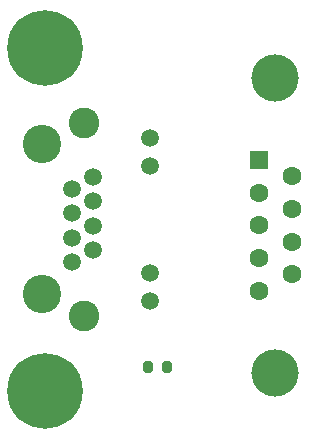
<source format=gts>
G04 #@! TF.GenerationSoftware,KiCad,Pcbnew,8.0.5*
G04 #@! TF.CreationDate,2024-09-25T12:16:08+03:00*
G04 #@! TF.ProjectId,ditron-dc11-encoder,64697472-6f6e-42d6-9463-31312d656e63,rev?*
G04 #@! TF.SameCoordinates,Original*
G04 #@! TF.FileFunction,Soldermask,Top*
G04 #@! TF.FilePolarity,Negative*
%FSLAX46Y46*%
G04 Gerber Fmt 4.6, Leading zero omitted, Abs format (unit mm)*
G04 Created by KiCad (PCBNEW 8.0.5) date 2024-09-25 12:16:08*
%MOMM*%
%LPD*%
G01*
G04 APERTURE LIST*
G04 Aperture macros list*
%AMRoundRect*
0 Rectangle with rounded corners*
0 $1 Rounding radius*
0 $2 $3 $4 $5 $6 $7 $8 $9 X,Y pos of 4 corners*
0 Add a 4 corners polygon primitive as box body*
4,1,4,$2,$3,$4,$5,$6,$7,$8,$9,$2,$3,0*
0 Add four circle primitives for the rounded corners*
1,1,$1+$1,$2,$3*
1,1,$1+$1,$4,$5*
1,1,$1+$1,$6,$7*
1,1,$1+$1,$8,$9*
0 Add four rect primitives between the rounded corners*
20,1,$1+$1,$2,$3,$4,$5,0*
20,1,$1+$1,$4,$5,$6,$7,0*
20,1,$1+$1,$6,$7,$8,$9,0*
20,1,$1+$1,$8,$9,$2,$3,0*%
G04 Aperture macros list end*
%ADD10C,4.000000*%
%ADD11R,1.600000X1.600000*%
%ADD12C,1.600000*%
%ADD13RoundRect,0.200000X0.200000X0.275000X-0.200000X0.275000X-0.200000X-0.275000X0.200000X-0.275000X0*%
%ADD14C,3.250000*%
%ADD15C,1.500000*%
%ADD16C,2.600000*%
%ADD17C,0.800000*%
%ADD18C,6.400000*%
G04 APERTURE END LIST*
D10*
G04 #@! TO.C,J1*
X170489669Y-106490000D03*
X170489669Y-81490000D03*
D11*
X169069669Y-88450000D03*
D12*
X169069669Y-91220000D03*
X169069669Y-93990000D03*
X169069669Y-96760000D03*
X169069669Y-99530000D03*
X171909669Y-89835000D03*
X171909669Y-92605000D03*
X171909669Y-95375000D03*
X171909669Y-98145000D03*
G04 #@! TD*
D13*
G04 #@! TO.C,R1*
X161325000Y-106000000D03*
X159675000Y-106000000D03*
G04 #@! TD*
D14*
G04 #@! TO.C,J2*
X150750000Y-87150000D03*
X150750000Y-99850000D03*
D15*
X153290000Y-97070000D03*
X155070000Y-96050000D03*
X153290000Y-95030000D03*
X155070000Y-94010000D03*
X153290000Y-92990000D03*
X155070000Y-91970000D03*
X153290000Y-90950000D03*
X155070000Y-89930000D03*
X159880000Y-100360000D03*
X159880000Y-98070000D03*
X159880000Y-88930000D03*
X159880000Y-86640000D03*
D16*
X154310000Y-85370000D03*
X154310000Y-101630000D03*
G04 #@! TD*
D17*
G04 #@! TO.C,H2*
X148600000Y-79000000D03*
X149302944Y-77302944D03*
X149302944Y-80697056D03*
X151000000Y-76600000D03*
D18*
X151000000Y-79000000D03*
D17*
X151000000Y-81400000D03*
X152697056Y-77302944D03*
X152697056Y-80697056D03*
X153400000Y-79000000D03*
G04 #@! TD*
G04 #@! TO.C,H1*
X148600000Y-108000000D03*
X149302944Y-106302944D03*
X149302944Y-109697056D03*
X151000000Y-105600000D03*
D18*
X151000000Y-108000000D03*
D17*
X151000000Y-110400000D03*
X152697056Y-106302944D03*
X152697056Y-109697056D03*
X153400000Y-108000000D03*
G04 #@! TD*
M02*

</source>
